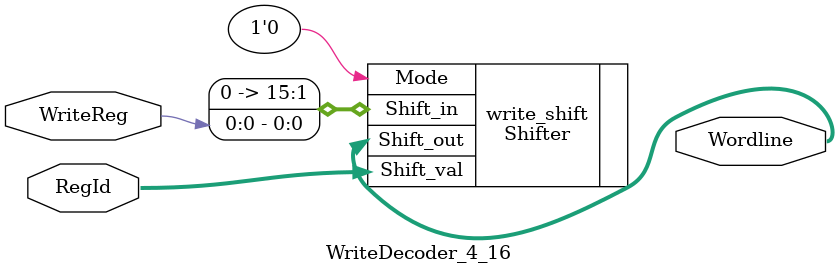
<source format=v>
module WriteDecoder_4_16(RegId, WriteReg, Wordline);

	// INPUTS AND OUTPUTS
	input [3:0] RegId;
	input WriteReg;
	output [15:0] Wordline;

	///////////////////////////////////////////
	// Wordline = 16'h000{WriteReg} << RegId //
	///////////////////////////////////////////
	Shifter write_shift(.Shift_out(Wordline), .Shift_in({{15{1'b0}},WriteReg}), .Shift_val(RegId), .Mode(1'b0));

endmodule

</source>
